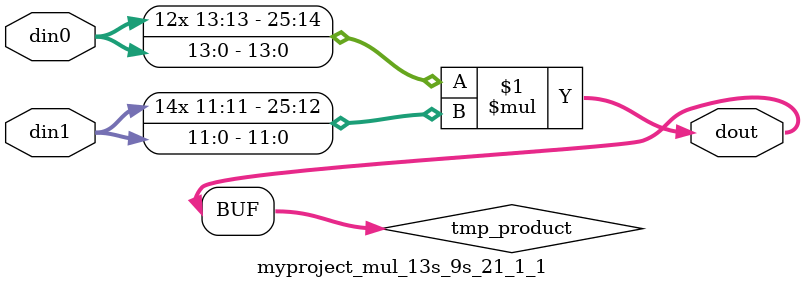
<source format=v>

`timescale 1 ns / 1 ps

 module myproject_mul_13s_9s_21_1_1(din0, din1, dout);
parameter ID = 1;
parameter NUM_STAGE = 0;
parameter din0_WIDTH = 14;
parameter din1_WIDTH = 12;
parameter dout_WIDTH = 26;

input [din0_WIDTH - 1 : 0] din0; 
input [din1_WIDTH - 1 : 0] din1; 
output [dout_WIDTH - 1 : 0] dout;

wire signed [dout_WIDTH - 1 : 0] tmp_product;



























assign tmp_product = $signed(din0) * $signed(din1);








assign dout = tmp_product;





















endmodule

</source>
